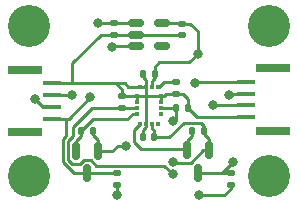
<source format=gbr>
%TF.GenerationSoftware,KiCad,Pcbnew,7.0.8-7.0.8~ubuntu22.04.1*%
%TF.CreationDate,2023-11-20T16:19:22-08:00*%
%TF.ProjectId,uv_abc_sensor,75765f61-6263-45f7-9365-6e736f722e6b,rev?*%
%TF.SameCoordinates,Original*%
%TF.FileFunction,Copper,L1,Top*%
%TF.FilePolarity,Positive*%
%FSLAX46Y46*%
G04 Gerber Fmt 4.6, Leading zero omitted, Abs format (unit mm)*
G04 Created by KiCad (PCBNEW 7.0.8-7.0.8~ubuntu22.04.1) date 2023-11-20 16:19:22*
%MOMM*%
%LPD*%
G01*
G04 APERTURE LIST*
G04 Aperture macros list*
%AMRoundRect*
0 Rectangle with rounded corners*
0 $1 Rounding radius*
0 $2 $3 $4 $5 $6 $7 $8 $9 X,Y pos of 4 corners*
0 Add a 4 corners polygon primitive as box body*
4,1,4,$2,$3,$4,$5,$6,$7,$8,$9,$2,$3,0*
0 Add four circle primitives for the rounded corners*
1,1,$1+$1,$2,$3*
1,1,$1+$1,$4,$5*
1,1,$1+$1,$6,$7*
1,1,$1+$1,$8,$9*
0 Add four rect primitives between the rounded corners*
20,1,$1+$1,$2,$3,$4,$5,0*
20,1,$1+$1,$4,$5,$6,$7,0*
20,1,$1+$1,$6,$7,$8,$9,0*
20,1,$1+$1,$8,$9,$2,$3,0*%
G04 Aperture macros list end*
%TA.AperFunction,SMDPad,CuDef*%
%ADD10RoundRect,0.135000X0.185000X-0.135000X0.185000X0.135000X-0.185000X0.135000X-0.185000X-0.135000X0*%
%TD*%
%TA.AperFunction,SMDPad,CuDef*%
%ADD11R,3.000000X0.800000*%
%TD*%
%TA.AperFunction,SMDPad,CuDef*%
%ADD12R,1.600000X0.400000*%
%TD*%
%TA.AperFunction,SMDPad,CuDef*%
%ADD13RoundRect,0.140000X-0.170000X0.140000X-0.170000X-0.140000X0.170000X-0.140000X0.170000X0.140000X0*%
%TD*%
%TA.AperFunction,SMDPad,CuDef*%
%ADD14R,0.300000X0.300000*%
%TD*%
%TA.AperFunction,ComponentPad*%
%ADD15C,3.570000*%
%TD*%
%TA.AperFunction,SMDPad,CuDef*%
%ADD16RoundRect,0.135000X0.135000X0.185000X-0.135000X0.185000X-0.135000X-0.185000X0.135000X-0.185000X0*%
%TD*%
%TA.AperFunction,SMDPad,CuDef*%
%ADD17RoundRect,0.135000X-0.185000X0.135000X-0.185000X-0.135000X0.185000X-0.135000X0.185000X0.135000X0*%
%TD*%
%TA.AperFunction,SMDPad,CuDef*%
%ADD18RoundRect,0.150000X-0.512500X-0.150000X0.512500X-0.150000X0.512500X0.150000X-0.512500X0.150000X0*%
%TD*%
%TA.AperFunction,SMDPad,CuDef*%
%ADD19RoundRect,0.140000X0.140000X0.170000X-0.140000X0.170000X-0.140000X-0.170000X0.140000X-0.170000X0*%
%TD*%
%TA.AperFunction,SMDPad,CuDef*%
%ADD20RoundRect,0.135000X-0.135000X-0.185000X0.135000X-0.185000X0.135000X0.185000X-0.135000X0.185000X0*%
%TD*%
%TA.AperFunction,SMDPad,CuDef*%
%ADD21RoundRect,0.150000X-0.150000X0.587500X-0.150000X-0.587500X0.150000X-0.587500X0.150000X0.587500X0*%
%TD*%
%TA.AperFunction,ViaPad*%
%ADD22C,0.800000*%
%TD*%
%TA.AperFunction,Conductor*%
%ADD23C,0.250000*%
%TD*%
G04 APERTURE END LIST*
D10*
%TO.P,R2,1*%
%TO.N,VCC*%
X60833000Y-66831400D03*
%TO.P,R2,2*%
%TO.N,/SCL*%
X60833000Y-65811400D03*
%TD*%
D11*
%TO.P,J2,*%
%TO.N,*%
X74041000Y-56930000D03*
X74041000Y-62230000D03*
D12*
%TO.P,J2,1,Pin_1*%
%TO.N,GND*%
X71716000Y-61080000D03*
%TO.P,J2,2,Pin_2*%
%TO.N,VCC*%
X71716000Y-60080000D03*
%TO.P,J2,3,Pin_3*%
%TO.N,/SDA*%
X71716000Y-59080000D03*
%TO.P,J2,4,Pin_4*%
%TO.N,/SCL*%
X71716000Y-58080000D03*
%TD*%
D13*
%TO.P,C4,1*%
%TO.N,+3.3V*%
X66319400Y-53139400D03*
%TO.P,C4,2*%
%TO.N,GND*%
X66319400Y-54099400D03*
%TD*%
D14*
%TO.P,U1,1,VSSA*%
%TO.N,GND*%
X62750000Y-58485800D03*
%TO.P,U1,2,VSSA*%
X63250000Y-58485800D03*
%TO.P,U1,3,VDDA*%
%TO.N,+3.3V*%
X63750000Y-58485800D03*
%TO.P,U1,4,REXT*%
%TO.N,Net-(U1-REXT)*%
X64250000Y-58485800D03*
%TO.P,U1,5,VSSA*%
%TO.N,GND*%
X64550000Y-59310800D03*
%TO.P,U1,6,VSSA*%
X64550000Y-59810800D03*
%TO.P,U1,7,A1*%
%TO.N,Net-(JP1-A)*%
X64550000Y-60310800D03*
%TO.P,U1,8,SYN*%
%TO.N,unconnected-(U1-SYN-Pad8)*%
X64550000Y-60810800D03*
%TO.P,U1,9,READY*%
%TO.N,unconnected-(U1-READY-Pad9)*%
X64250000Y-61635800D03*
%TO.P,U1,10,VDDD*%
%TO.N,+3.3V*%
X63750000Y-61635800D03*
%TO.P,U1,11,VSSD*%
%TO.N,GND*%
X63250000Y-61635800D03*
%TO.P,U1,12,SDA*%
%TO.N,/SDA_3V3*%
X62750000Y-61635800D03*
%TO.P,U1,13,SCL*%
%TO.N,/SCL_3V3*%
X62450000Y-60810800D03*
%TO.P,U1,14,A0*%
%TO.N,Net-(JP2-A)*%
X62450000Y-60310800D03*
%TO.P,U1,15,VSSA*%
%TO.N,GND*%
X62450000Y-59810800D03*
%TO.P,U1,16,VSSA*%
X62450000Y-59310800D03*
%TD*%
D15*
%TO.P,M3,~*%
%TO.N,N/C*%
X73660000Y-66040000D03*
%TD*%
D16*
%TO.P,R4,1*%
%TO.N,+3.3V*%
X58775600Y-62255400D03*
%TO.P,R4,2*%
%TO.N,/SCL_3V3*%
X57755600Y-62255400D03*
%TD*%
D10*
%TO.P,R7,1*%
%TO.N,Net-(JP2-A)*%
X61175000Y-60325000D03*
%TO.P,R7,2*%
%TO.N,GND*%
X61175000Y-59305000D03*
%TD*%
D11*
%TO.P,J1,*%
%TO.N,*%
X52987000Y-62340000D03*
X52987000Y-57040000D03*
D12*
%TO.P,J1,1,Pin_1*%
%TO.N,GND*%
X55312000Y-58190000D03*
%TO.P,J1,2,Pin_2*%
%TO.N,VCC*%
X55312000Y-59190000D03*
%TO.P,J1,3,Pin_3*%
%TO.N,/SDA*%
X55312000Y-60190000D03*
%TO.P,J1,4,Pin_4*%
%TO.N,/SCL*%
X55312000Y-61190000D03*
%TD*%
D13*
%TO.P,C3,1*%
%TO.N,VCC*%
X60579000Y-53114000D03*
%TO.P,C3,2*%
%TO.N,GND*%
X60579000Y-54074000D03*
%TD*%
D17*
%TO.P,R1,1*%
%TO.N,Net-(U1-REXT)*%
X65775000Y-58105000D03*
%TO.P,R1,2*%
%TO.N,GND*%
X65775000Y-59125000D03*
%TD*%
D15*
%TO.P,M2,~*%
%TO.N,N/C*%
X73660000Y-53340000D03*
%TD*%
D10*
%TO.P,R3,1*%
%TO.N,VCC*%
X70408800Y-66806000D03*
%TO.P,R3,2*%
%TO.N,/SDA*%
X70408800Y-65786000D03*
%TD*%
D18*
%TO.P,U2,1,VIN*%
%TO.N,VCC*%
X62362500Y-53136000D03*
%TO.P,U2,2,GND*%
%TO.N,GND*%
X62362500Y-54086000D03*
%TO.P,U2,3,EN*%
%TO.N,VCC*%
X62362500Y-55036000D03*
%TO.P,U2,4,NC*%
%TO.N,unconnected-(U2-NC-Pad4)*%
X64637500Y-55036000D03*
%TO.P,U2,5,VOUT*%
%TO.N,+3.3V*%
X64637500Y-53136000D03*
%TD*%
D19*
%TO.P,C2,1*%
%TO.N,+3.3V*%
X63925000Y-62775000D03*
%TO.P,C2,2*%
%TO.N,GND*%
X62965000Y-62775000D03*
%TD*%
D15*
%TO.P,M1,~*%
%TO.N,N/C*%
X53340000Y-53340000D03*
%TD*%
%TO.P,M4,~*%
%TO.N,N/C*%
X53340000Y-66040000D03*
%TD*%
D20*
%TO.P,R6,1*%
%TO.N,Net-(JP1-A)*%
X65750000Y-60300000D03*
%TO.P,R6,2*%
%TO.N,GND*%
X66770000Y-60300000D03*
%TD*%
D21*
%TO.P,Q1,1,G*%
%TO.N,+3.3V*%
X68590200Y-63889600D03*
%TO.P,Q1,2,S*%
%TO.N,/SDA_3V3*%
X66690200Y-63889600D03*
%TO.P,Q1,3,D*%
%TO.N,/SDA*%
X67640200Y-65764600D03*
%TD*%
%TO.P,Q2,1,G*%
%TO.N,+3.3V*%
X59213600Y-63936400D03*
%TO.P,Q2,2,S*%
%TO.N,/SCL_3V3*%
X57313600Y-63936400D03*
%TO.P,Q2,3,D*%
%TO.N,/SCL*%
X58263600Y-65811400D03*
%TD*%
D19*
%TO.P,C1,1*%
%TO.N,+3.3V*%
X63980000Y-57400000D03*
%TO.P,C1,2*%
%TO.N,GND*%
X63020000Y-57400000D03*
%TD*%
D16*
%TO.P,R5,1*%
%TO.N,+3.3V*%
X68152200Y-62208600D03*
%TO.P,R5,2*%
%TO.N,/SDA_3V3*%
X67132200Y-62208600D03*
%TD*%
D22*
%TO.N,+3.3V*%
X61518800Y-63474600D03*
X65532000Y-64897000D03*
X67640200Y-55727600D03*
%TO.N,VCC*%
X67767200Y-67691000D03*
X60833000Y-67691000D03*
X68935600Y-60071000D03*
X59182000Y-53136800D03*
X60401200Y-55143400D03*
X56972200Y-59207400D03*
%TO.N,/SDA*%
X70312000Y-59169200D03*
X53888000Y-59512200D03*
X70581400Y-64904400D03*
%TO.N,/SCL*%
X67360800Y-58140600D03*
X58521600Y-59359800D03*
%TO.N,Net-(JP1-A)*%
X65534467Y-61431534D03*
%TO.N,Net-(JP2-A)*%
X65505700Y-65910000D03*
%TD*%
D23*
%TO.N,+3.3V*%
X68152200Y-62208600D02*
X68152200Y-61802200D01*
X67640200Y-53797200D02*
X66982400Y-53139400D01*
X63980000Y-57736800D02*
X63750000Y-57966800D01*
X65188000Y-62775000D02*
X63925000Y-62775000D01*
X63980000Y-57400000D02*
X63980000Y-57736800D01*
X65532000Y-64897000D02*
X65587100Y-64952100D01*
X67913600Y-61563600D02*
X66427000Y-61563600D01*
X63750000Y-62022800D02*
X63925000Y-62197800D01*
X68099500Y-63889600D02*
X68590200Y-63889600D01*
X59213600Y-62998200D02*
X59213600Y-63936400D01*
X58775600Y-62255400D02*
X58775600Y-62560200D01*
X60396600Y-63936400D02*
X59213600Y-63936400D01*
X65587100Y-64952100D02*
X67037000Y-64952100D01*
X63750000Y-61635800D02*
X63750000Y-62022800D01*
X66982400Y-53139400D02*
X66319400Y-53139400D01*
X63980000Y-57400000D02*
X63980000Y-56797000D01*
X66929000Y-56438800D02*
X67640200Y-55727600D01*
X67037000Y-64952100D02*
X68099500Y-63889600D01*
X66427000Y-61563600D02*
X65201800Y-62788800D01*
X60858400Y-63474600D02*
X60396600Y-63936400D01*
X63750000Y-57966800D02*
X63750000Y-58485800D01*
X68152200Y-61802200D02*
X67913600Y-61563600D01*
X58775600Y-62560200D02*
X59213600Y-62998200D01*
X63980000Y-56797000D02*
X64338200Y-56438800D01*
X67640200Y-55727600D02*
X67640200Y-53797200D01*
X68152200Y-62462600D02*
X68590200Y-62900600D01*
X66316000Y-53136000D02*
X66319400Y-53139400D01*
X68590200Y-62900600D02*
X68590200Y-63889600D01*
X65201800Y-62788800D02*
X65188000Y-62775000D01*
X61518800Y-63474600D02*
X60858400Y-63474600D01*
X63925000Y-62197800D02*
X63925000Y-62775000D01*
X64637500Y-53136000D02*
X66316000Y-53136000D01*
X64338200Y-56438800D02*
X66929000Y-56438800D01*
X68152200Y-62208600D02*
X68152200Y-62462600D01*
%TO.N,GND*%
X65775000Y-59125000D02*
X66364000Y-59125000D01*
X63250000Y-59306800D02*
X63246000Y-59310800D01*
X61737000Y-58485800D02*
X62750000Y-58485800D01*
X62350500Y-54074000D02*
X62362500Y-54086000D01*
X63020000Y-57400000D02*
X63020000Y-57660600D01*
X63250000Y-61895800D02*
X62965000Y-62180800D01*
X63250000Y-57890600D02*
X63250000Y-58485800D01*
X64768200Y-59310800D02*
X64954000Y-59125000D01*
X63250000Y-58485800D02*
X63250000Y-59306800D01*
X61441200Y-58190000D02*
X61737000Y-58485800D01*
X63250000Y-59314800D02*
X63250000Y-61635800D01*
X62965000Y-62180800D02*
X62965000Y-62775000D01*
X60653800Y-58190000D02*
X61441200Y-58190000D01*
X63020000Y-57660600D02*
X63250000Y-57890600D01*
X63246000Y-59310800D02*
X63250000Y-59314800D01*
X66770000Y-59531000D02*
X66770000Y-60300000D01*
X55312000Y-58190000D02*
X57023000Y-58190000D01*
X62750000Y-58485800D02*
X63250000Y-58485800D01*
X60579000Y-54074000D02*
X59413200Y-54074000D01*
X66770000Y-60300000D02*
X67550000Y-61080000D01*
X61175000Y-58711200D02*
X61175000Y-59305000D01*
X63250000Y-61635800D02*
X63250000Y-61895800D01*
X62450000Y-59310800D02*
X63246000Y-59310800D01*
X63246000Y-59310800D02*
X64550000Y-59310800D01*
X60579000Y-54074000D02*
X62350500Y-54074000D01*
X61175000Y-59305000D02*
X62444200Y-59305000D01*
X59413200Y-54074000D02*
X57023000Y-56464200D01*
X64550000Y-59310800D02*
X64550000Y-59810800D01*
X60653800Y-58190000D02*
X61175000Y-58711200D01*
X62444200Y-59305000D02*
X62450000Y-59310800D01*
X57023000Y-58190000D02*
X60653800Y-58190000D01*
X64954000Y-59125000D02*
X65775000Y-59125000D01*
X66364000Y-59125000D02*
X66770000Y-59531000D01*
X64550000Y-59310800D02*
X64768200Y-59310800D01*
X57023000Y-56464200D02*
X57023000Y-58190000D01*
X66306000Y-54086000D02*
X66319400Y-54099400D01*
X67550000Y-61080000D02*
X71716000Y-61080000D01*
X62450000Y-59310800D02*
X62450000Y-59810800D01*
X62362500Y-54086000D02*
X66306000Y-54086000D01*
%TO.N,VCC*%
X60508600Y-55036000D02*
X62362500Y-55036000D01*
X56954800Y-59190000D02*
X56972200Y-59207400D01*
X67767200Y-67691000D02*
X69850000Y-67691000D01*
X70408800Y-67132200D02*
X70408800Y-66806000D01*
X69850000Y-67691000D02*
X70408800Y-67132200D01*
X60401200Y-55143400D02*
X60508600Y-55036000D01*
X69470400Y-60071000D02*
X69479400Y-60080000D01*
X59182000Y-53136800D02*
X60556200Y-53136800D01*
X60833000Y-66831400D02*
X60833000Y-67691000D01*
X62340500Y-53114000D02*
X62362500Y-53136000D01*
X60556200Y-53136800D02*
X60579000Y-53114000D01*
X60579000Y-53114000D02*
X62340500Y-53114000D01*
X55312000Y-59190000D02*
X56954800Y-59190000D01*
X69479400Y-60080000D02*
X71716000Y-60080000D01*
X68935600Y-60071000D02*
X69470400Y-60071000D01*
%TO.N,/SDA*%
X69699800Y-65786000D02*
X70581400Y-64904400D01*
X71716000Y-59080000D02*
X70590900Y-59080000D01*
X53888000Y-59512200D02*
X54565800Y-60190000D01*
X70590900Y-59080000D02*
X70501700Y-59169200D01*
X67661600Y-65786000D02*
X67640200Y-65764600D01*
X69699800Y-65786000D02*
X67661600Y-65786000D01*
X70408800Y-65786000D02*
X69699800Y-65786000D01*
X70501700Y-59169200D02*
X70312000Y-59169200D01*
X54565800Y-60190000D02*
X55312000Y-60190000D01*
%TO.N,/SCL*%
X56437100Y-62656900D02*
X56212000Y-62882000D01*
X67421400Y-58080000D02*
X71716000Y-58080000D01*
X58263600Y-65811400D02*
X60833000Y-65811400D01*
X56212000Y-64884500D02*
X57138900Y-65811400D01*
X56437100Y-61190000D02*
X56437100Y-62656900D01*
X57138900Y-65811400D02*
X58263600Y-65811400D01*
X55874600Y-61190000D02*
X55312000Y-61190000D01*
X56212000Y-62882000D02*
X56212000Y-64884500D01*
X55874600Y-61190000D02*
X56437100Y-61190000D01*
X67360800Y-58140600D02*
X67421400Y-58080000D01*
X56691400Y-61190000D02*
X58521600Y-59359800D01*
X55312000Y-61190000D02*
X56691400Y-61190000D01*
%TO.N,Net-(JP1-A)*%
X65739200Y-60310800D02*
X65750000Y-60300000D01*
X64550000Y-60310800D02*
X65739200Y-60310800D01*
X65750000Y-60300000D02*
X65750000Y-61216001D01*
X65750000Y-61216001D02*
X65534467Y-61431534D01*
%TO.N,Net-(JP2-A)*%
X57092600Y-62692100D02*
X57092600Y-61927000D01*
X57618600Y-65043900D02*
X57008000Y-65043900D01*
X56662100Y-63122600D02*
X57092600Y-62692100D01*
X64776200Y-65180500D02*
X59045200Y-65180500D01*
X62450000Y-60310800D02*
X61189200Y-60310800D01*
X57008000Y-65043900D02*
X56662100Y-64698000D01*
X57958000Y-64704500D02*
X57618600Y-65043900D01*
X57092600Y-61927000D02*
X58694600Y-60325000D01*
X59045200Y-65180500D02*
X58569200Y-64704500D01*
X58569200Y-64704500D02*
X57958000Y-64704500D01*
X65505700Y-65910000D02*
X64776200Y-65180500D01*
X58694600Y-60325000D02*
X61175000Y-60325000D01*
X56662100Y-64698000D02*
X56662100Y-63122600D01*
X61189200Y-60310800D02*
X61175000Y-60325000D01*
%TO.N,/SDA_3V3*%
X66580000Y-63779400D02*
X66690200Y-63889600D01*
X66690200Y-63103800D02*
X66690200Y-63889600D01*
X62255400Y-63195200D02*
X62839600Y-63779400D01*
X62255400Y-62130400D02*
X62255400Y-63195200D01*
X67132200Y-62661800D02*
X66690200Y-63103800D01*
X67132200Y-62208600D02*
X67132200Y-62661800D01*
X62750000Y-61635800D02*
X62255400Y-62130400D01*
X62839600Y-63779400D02*
X66580000Y-63779400D01*
%TO.N,/SCL_3V3*%
X57313600Y-63107800D02*
X57313600Y-63936400D01*
X57755600Y-62255400D02*
X57755600Y-62665800D01*
X61671200Y-61264800D02*
X62125200Y-60810800D01*
X57755600Y-62255400D02*
X58746200Y-61264800D01*
X58746200Y-61264800D02*
X61671200Y-61264800D01*
X62125200Y-60810800D02*
X62450000Y-60810800D01*
X57755600Y-62665800D02*
X57313600Y-63107800D01*
%TO.N,Net-(U1-REXT)*%
X64348600Y-58485800D02*
X64729400Y-58105000D01*
X64729400Y-58105000D02*
X65775000Y-58105000D01*
X64250000Y-58485800D02*
X64348600Y-58485800D01*
%TD*%
M02*

</source>
